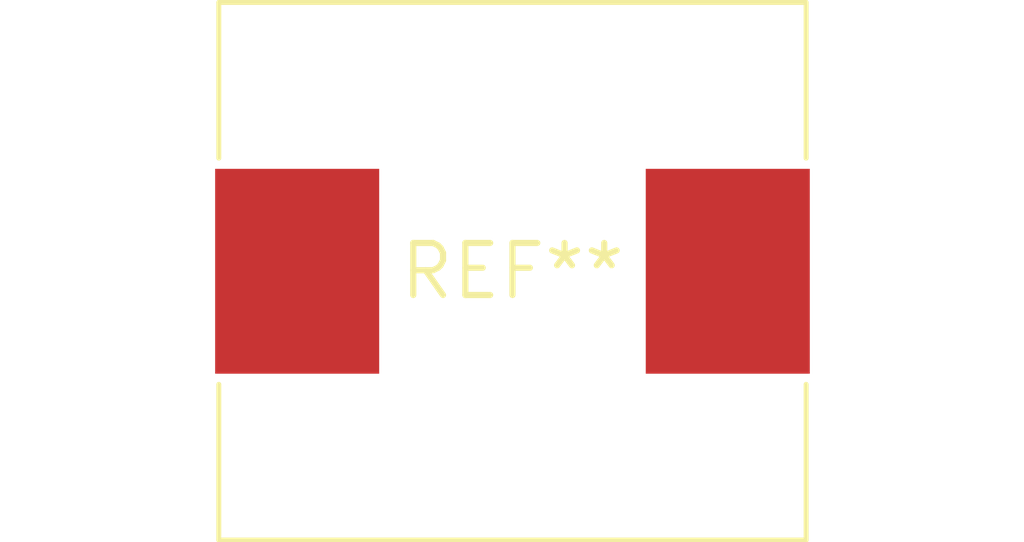
<source format=kicad_pcb>
(kicad_pcb (version 20240108) (generator pcbnew)
  (layers (0 "F.Cu" signal) (31 "B.Cu" signal) (34 "B.Paste" user) (35 "F.Paste" user) (36 "B.SilkS" user "B.Silkscreen") (37 "F.SilkS" user "F.Silkscreen") (38 "B.Mask" user) (39 "F.Mask" user) (44 "Edge.Cuts" user))
  (net 0 "")
  (footprint "L_Chilisin_BMRF00131350" (layer "F.Cu") (at 0 0)
    (property "Reference" "REF**")
    (property "Value" "L_Chilisin_BMRF00131350")
    (fp_line (start -7.16 -6.56) (end -7.16 -2.76) (layer "F.SilkS") (stroke (width 0.12)))
    (fp_line (start -7.16 -6.56) (end 7.16 -6.56) (layer "F.SilkS") (stroke (width 0.12)))
    (fp_line (start -7.16 6.56) (end -7.16 2.76) (layer "F.SilkS") (stroke (width 0.12)))
    (fp_line (start -7.16 6.56) (end 7.16 6.56) (layer "F.SilkS") (stroke (width 0.12)))
    (fp_line (start 7.16 -6.56) (end 7.16 -2.76) (layer "F.SilkS") (stroke (width 0.12)))
    (fp_line (start 7.16 6.56) (end 7.16 2.76) (layer "F.SilkS") (stroke (width 0.12)))
    (pad "1" smd rect (at -5.25 0) (size 4 5) (layers "F.Cu" "F.Paste" "F.Mask"))
    (pad "2" smd rect (at 5.25 0) (size 4 5) (layers "F.Cu" "F.Paste" "F.Mask"))
  )
)
</source>
